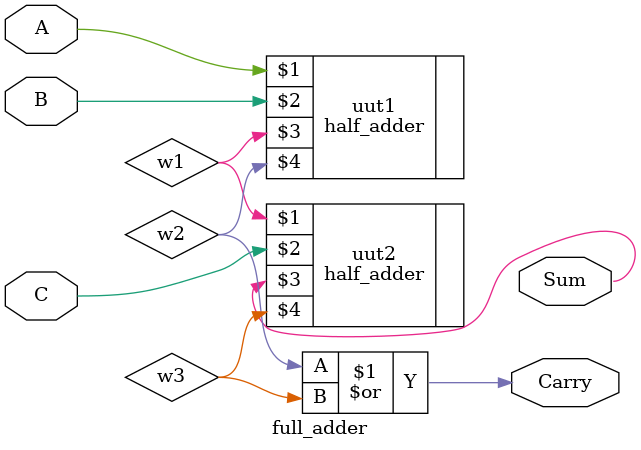
<source format=v>
module full_adder (A, B, C, Sum, Carry);
    input A, B, C;
    output Sum, Carry;
    wire w1, w2, w3;
    half_adder uut1(A, B, w1, w2);
    half_adder uut2(w1, C, Sum, w3);
    or G1 (Carry, w2, w3); 
endmodule
</source>
